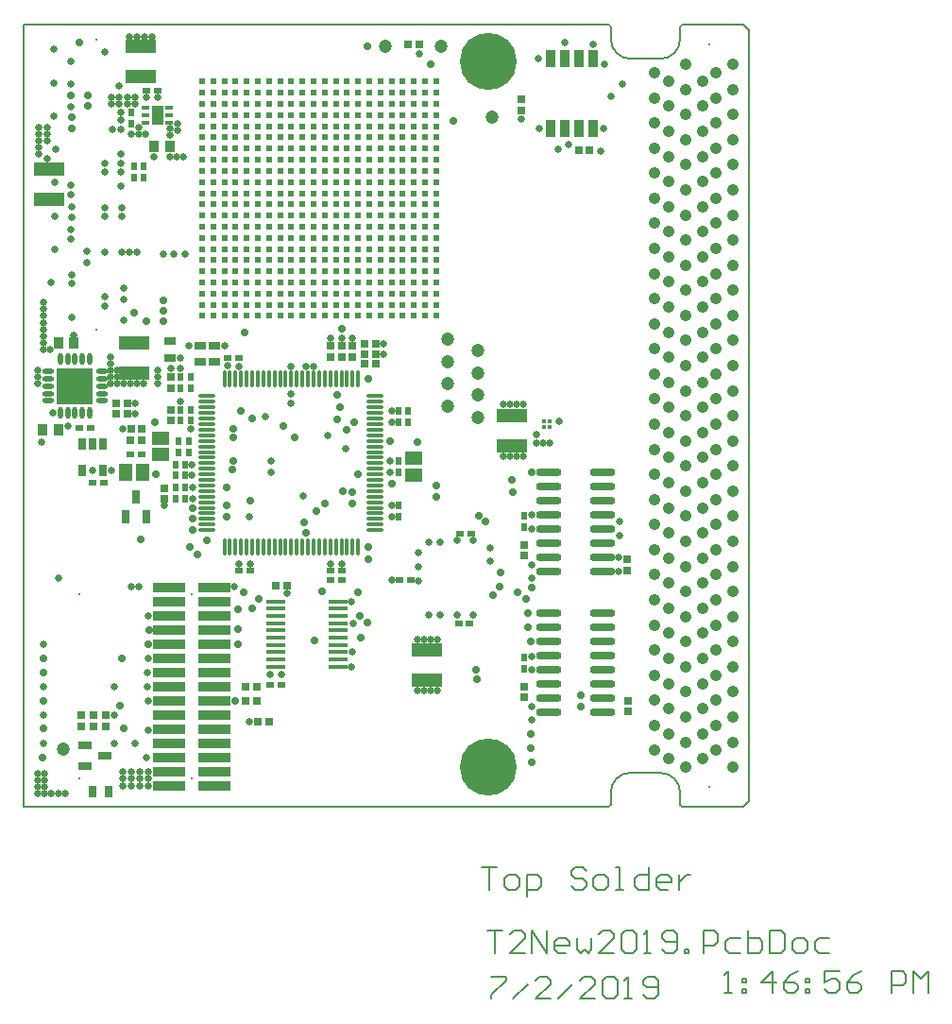
<source format=gts>
G04*
G04 #@! TF.GenerationSoftware,Altium Limited,Altium Designer,18.1.11 (251)*
G04*
G04 Layer_Color=8388736*
%FSLAX44Y44*%
%MOMM*%
G71*
G01*
G75*
%ADD15C,0.1270*%
%ADD16C,0.1524*%
%ADD46C,1.2000*%
%ADD47R,0.7016X0.7016*%
%ADD48R,0.9016X1.6016*%
%ADD49O,2.3016X0.7016*%
%ADD50R,0.7016X0.7016*%
%ADD51R,0.7016X0.6016*%
%ADD52R,2.8956X0.8382*%
%ADD53R,0.7016X1.3016*%
%ADD54R,1.7516X0.4016*%
%ADD55R,2.7016X1.2016*%
%ADD56R,0.6016X0.7016*%
%ADD57R,0.9016X1.0016*%
%ADD58R,1.1016X1.7016*%
%ADD59R,0.8016X0.4016*%
%ADD60R,1.3016X0.7016*%
%ADD61R,1.0016X0.8016*%
%ADD62R,0.8016X1.0016*%
%ADD63R,0.7516X1.0016*%
%ADD64R,1.2016X1.5016*%
%ADD65R,0.8016X0.7016*%
%ADD66R,1.5016X1.2016*%
%ADD67R,0.7016X0.8016*%
%ADD68O,0.4516X1.0516*%
%ADD69O,1.0516X0.4516*%
%ADD70R,3.2516X3.2516*%
%ADD71C,0.3716*%
%ADD72O,0.3516X1.6516*%
%ADD73O,1.6516X0.3516*%
%ADD74C,0.6016*%
%ADD75C,0.2286*%
%ADD76C,0.3016*%
%ADD77C,1.0516*%
%ADD78C,5.1016*%
%ADD79C,0.6604*%
%ADD80C,0.7016*%
D15*
X200000Y200000D02*
X724500D01*
D16*
X611000Y145994D02*
X624329D01*
X617664D01*
Y126000D01*
X634326D02*
X640990D01*
X644323Y129332D01*
Y135997D01*
X640990Y139329D01*
X634326D01*
X630994Y135997D01*
Y129332D01*
X634326Y126000D01*
X650987Y119335D02*
Y139329D01*
X660984D01*
X664316Y135997D01*
Y129332D01*
X660984Y126000D01*
X650987D01*
X704303Y142661D02*
X700971Y145994D01*
X694306D01*
X690974Y142661D01*
Y139329D01*
X694306Y135997D01*
X700971D01*
X704303Y132664D01*
Y129332D01*
X700971Y126000D01*
X694306D01*
X690974Y129332D01*
X714300Y126000D02*
X720965D01*
X724297Y129332D01*
Y135997D01*
X720965Y139329D01*
X714300D01*
X710968Y135997D01*
Y129332D01*
X714300Y126000D01*
X730961D02*
X737626D01*
X734294D01*
Y145994D01*
X730961D01*
X760952D02*
Y126000D01*
X750955D01*
X747623Y129332D01*
Y135997D01*
X750955Y139329D01*
X760952D01*
X777613Y126000D02*
X770948D01*
X767616Y129332D01*
Y135997D01*
X770948Y139329D01*
X777613D01*
X780945Y135997D01*
Y132664D01*
X767616D01*
X787610Y139329D02*
Y126000D01*
Y132664D01*
X790942Y135997D01*
X794274Y139329D01*
X797607D01*
X790500Y901000D02*
G03*
X788500Y899000I0J-2000D01*
G01*
X726500D02*
G03*
X724500Y901000I-2000J0D01*
G01*
X726500Y888000D02*
G03*
X744000Y870500I17500J0D01*
G01*
X771000D02*
G03*
X788500Y888000I0J17500D01*
G01*
Y213000D02*
G03*
X771000Y230500I-17500J0D01*
G01*
X744000D02*
G03*
X726500Y213000I0J-17500D01*
G01*
X724500Y200000D02*
G03*
X726500Y202000I0J2000D01*
G01*
X788500D02*
G03*
X790500Y200000I2000J0D01*
G01*
X200000Y901000D02*
X724500D01*
X790500D02*
X845000D01*
X726500Y888000D02*
Y899000D01*
X788500Y888000D02*
Y899000D01*
X744000Y870500D02*
X771000D01*
X744000Y230500D02*
X771000D01*
X788500Y202000D02*
Y213000D01*
X726500Y202000D02*
Y213000D01*
X845000Y901000D02*
X850000Y896000D01*
Y205000D02*
Y896000D01*
X845000Y200000D02*
X850000Y205000D01*
X790500Y200000D02*
X845000D01*
X200000D02*
Y901000D01*
X616000Y88994D02*
X629329D01*
X622664D01*
Y69000D01*
X649323D02*
X635994D01*
X649323Y82329D01*
Y85661D01*
X645990Y88994D01*
X639326D01*
X635994Y85661D01*
X655987Y69000D02*
Y88994D01*
X669316Y69000D01*
Y88994D01*
X685977Y69000D02*
X679313D01*
X675981Y72332D01*
Y78997D01*
X679313Y82329D01*
X685977D01*
X689310Y78997D01*
Y75665D01*
X675981D01*
X695974Y82329D02*
Y72332D01*
X699306Y69000D01*
X702639Y72332D01*
X705971Y69000D01*
X709303Y72332D01*
Y82329D01*
X729297Y69000D02*
X715968D01*
X729297Y82329D01*
Y85661D01*
X725965Y88994D01*
X719300D01*
X715968Y85661D01*
X735961D02*
X739294Y88994D01*
X745958D01*
X749290Y85661D01*
Y72332D01*
X745958Y69000D01*
X739294D01*
X735961Y72332D01*
Y85661D01*
X755955Y69000D02*
X762619D01*
X759287D01*
Y88994D01*
X755955Y85661D01*
X772616Y72332D02*
X775948Y69000D01*
X782613D01*
X785945Y72332D01*
Y85661D01*
X782613Y88994D01*
X775948D01*
X772616Y85661D01*
Y82329D01*
X775948Y78997D01*
X785945D01*
X792610Y69000D02*
Y72332D01*
X795942D01*
Y69000D01*
X792610D01*
X809271D02*
Y88994D01*
X819268D01*
X822600Y85661D01*
Y78997D01*
X819268Y75665D01*
X809271D01*
X842594Y82329D02*
X832597D01*
X829265Y78997D01*
Y72332D01*
X832597Y69000D01*
X842594D01*
X849258Y88994D02*
Y69000D01*
X859255D01*
X862587Y72332D01*
Y75665D01*
Y78997D01*
X859255Y82329D01*
X849258D01*
X869252Y88994D02*
Y69000D01*
X879249D01*
X882581Y72332D01*
Y85661D01*
X879249Y88994D01*
X869252D01*
X892578Y69000D02*
X899242D01*
X902574Y72332D01*
Y78997D01*
X899242Y82329D01*
X892578D01*
X889245Y78997D01*
Y72332D01*
X892578Y69000D01*
X922568Y82329D02*
X912571D01*
X909239Y78997D01*
Y72332D01*
X912571Y69000D01*
X922568D01*
X619000Y47994D02*
X632329D01*
Y44661D01*
X619000Y31332D01*
Y28000D01*
X638994D02*
X652323Y41329D01*
X672316Y28000D02*
X658987D01*
X672316Y41329D01*
Y44661D01*
X668984Y47994D01*
X662319D01*
X658987Y44661D01*
X678981Y28000D02*
X692310Y41329D01*
X712303Y28000D02*
X698974D01*
X712303Y41329D01*
Y44661D01*
X708971Y47994D01*
X702307D01*
X698974Y44661D01*
X718968D02*
X722300Y47994D01*
X728965D01*
X732297Y44661D01*
Y31332D01*
X728965Y28000D01*
X722300D01*
X718968Y31332D01*
Y44661D01*
X738961Y28000D02*
X745626D01*
X742294D01*
Y47994D01*
X738961Y44661D01*
X755623Y31332D02*
X758955Y28000D01*
X765619D01*
X768952Y31332D01*
Y44661D01*
X765619Y47994D01*
X758955D01*
X755623Y44661D01*
Y41329D01*
X758955Y37997D01*
X768952D01*
X828000Y33000D02*
X834665D01*
X831332D01*
Y52994D01*
X828000Y49661D01*
X844661Y46329D02*
X847993D01*
Y42997D01*
X844661D01*
Y46329D01*
Y36332D02*
X847993D01*
Y33000D01*
X844661D01*
Y36332D01*
X871319Y33000D02*
Y52994D01*
X861323Y42997D01*
X874652D01*
X894645Y52994D02*
X887981Y49661D01*
X881316Y42997D01*
Y36332D01*
X884648Y33000D01*
X891313D01*
X894645Y36332D01*
Y39664D01*
X891313Y42997D01*
X881316D01*
X901310Y46329D02*
X904642D01*
Y42997D01*
X901310D01*
Y46329D01*
Y36332D02*
X904642D01*
Y33000D01*
X901310D01*
Y36332D01*
X931300Y52994D02*
X917971D01*
Y42997D01*
X924635Y46329D01*
X927968D01*
X931300Y42997D01*
Y36332D01*
X927968Y33000D01*
X921303D01*
X917971Y36332D01*
X951294Y52994D02*
X944629Y49661D01*
X937964Y42997D01*
Y36332D01*
X941297Y33000D01*
X947961D01*
X951294Y36332D01*
Y39664D01*
X947961Y42997D01*
X937964D01*
X977952Y33000D02*
Y52994D01*
X987948D01*
X991281Y49661D01*
Y42997D01*
X987948Y39664D01*
X977952D01*
X997945Y33000D02*
Y52994D01*
X1004610Y46329D01*
X1011274Y52994D01*
Y33000D01*
D46*
X236000Y252000D02*
D03*
X524000Y882000D02*
D03*
X574000D02*
D03*
X620000Y818000D02*
D03*
X607000Y569000D02*
D03*
Y589000D02*
D03*
Y609000D02*
D03*
Y549000D02*
D03*
X580000Y619000D02*
D03*
Y599000D02*
D03*
Y579000D02*
D03*
Y559000D02*
D03*
D47*
X707644Y788162D02*
D03*
X697644D02*
D03*
X426000Y398000D02*
D03*
X436000D02*
D03*
X399000Y295000D02*
D03*
X409000D02*
D03*
X399000Y308000D02*
D03*
X409000D02*
D03*
X410000Y276000D02*
D03*
X420000D02*
D03*
X296000Y529000D02*
D03*
X306000D02*
D03*
X506000Y597000D02*
D03*
X516000D02*
D03*
X506000Y606000D02*
D03*
X516000D02*
D03*
X506000Y615000D02*
D03*
X516000D02*
D03*
X555000Y883000D02*
D03*
X545000D02*
D03*
X293000Y552000D02*
D03*
X283000D02*
D03*
X293000Y562000D02*
D03*
X283000D02*
D03*
D48*
X710438Y870966D02*
D03*
X697738D02*
D03*
X685038D02*
D03*
X672338D02*
D03*
X710438Y807966D02*
D03*
X697738D02*
D03*
X685038D02*
D03*
X672338D02*
D03*
D49*
X719000Y410550D02*
D03*
Y423250D02*
D03*
Y435950D02*
D03*
Y448650D02*
D03*
Y461350D02*
D03*
Y474050D02*
D03*
Y486750D02*
D03*
Y499450D02*
D03*
X671000Y410550D02*
D03*
Y423250D02*
D03*
Y435950D02*
D03*
Y448650D02*
D03*
Y461350D02*
D03*
Y474050D02*
D03*
Y486750D02*
D03*
Y499450D02*
D03*
X719000Y284550D02*
D03*
Y297250D02*
D03*
Y309950D02*
D03*
Y322650D02*
D03*
Y335350D02*
D03*
Y348050D02*
D03*
Y360750D02*
D03*
Y373450D02*
D03*
X671000Y284550D02*
D03*
Y297250D02*
D03*
Y309950D02*
D03*
Y322650D02*
D03*
Y335350D02*
D03*
Y348050D02*
D03*
Y360750D02*
D03*
Y373450D02*
D03*
D50*
X742000Y285350D02*
D03*
Y295350D02*
D03*
X741000Y422000D02*
D03*
Y412000D02*
D03*
X649000Y298000D02*
D03*
Y308000D02*
D03*
Y435000D02*
D03*
Y425000D02*
D03*
X252000Y282000D02*
D03*
Y272000D02*
D03*
X263000Y282000D02*
D03*
Y272000D02*
D03*
X274000Y272000D02*
D03*
Y282000D02*
D03*
X332000Y575000D02*
D03*
Y585000D02*
D03*
X332000Y556000D02*
D03*
Y546000D02*
D03*
X495000Y603000D02*
D03*
Y613000D02*
D03*
X485000Y603000D02*
D03*
Y613000D02*
D03*
X475000Y603000D02*
D03*
Y613000D02*
D03*
X646430Y833976D02*
D03*
Y823976D02*
D03*
D51*
X590000Y364000D02*
D03*
X600000D02*
D03*
X591000Y445000D02*
D03*
X601000D02*
D03*
X306000Y516000D02*
D03*
X296000D02*
D03*
X431000Y309000D02*
D03*
X421000D02*
D03*
X310000Y842000D02*
D03*
X320000D02*
D03*
X272000Y490500D02*
D03*
X262000D02*
D03*
X403000Y412000D02*
D03*
X393000D02*
D03*
X383000Y602000D02*
D03*
X393000D02*
D03*
X260000Y540000D02*
D03*
X250000D02*
D03*
X475000Y412000D02*
D03*
X485000D02*
D03*
X475000Y403000D02*
D03*
X485000D02*
D03*
X537000D02*
D03*
X547000D02*
D03*
D52*
X330360Y307900D02*
D03*
Y384100D02*
D03*
X371000D02*
D03*
X330360Y371400D02*
D03*
X371000D02*
D03*
X330360Y358700D02*
D03*
X371000D02*
D03*
X330360Y346000D02*
D03*
X371000D02*
D03*
X330360Y333300D02*
D03*
X371000D02*
D03*
X330360Y320600D02*
D03*
X371000D02*
D03*
Y307900D02*
D03*
X330360Y219000D02*
D03*
Y295200D02*
D03*
X371000D02*
D03*
X330360Y282500D02*
D03*
X371000D02*
D03*
X330360Y269800D02*
D03*
X371000D02*
D03*
X330360Y257100D02*
D03*
X371000D02*
D03*
X330360Y244400D02*
D03*
X371000D02*
D03*
X330360Y231700D02*
D03*
X371000D02*
D03*
Y219000D02*
D03*
Y396800D02*
D03*
X330360D02*
D03*
D53*
X291500Y460000D02*
D03*
X310500D02*
D03*
X301000Y478000D02*
D03*
D54*
X426250Y384250D02*
D03*
Y377750D02*
D03*
Y371250D02*
D03*
Y364750D02*
D03*
Y358250D02*
D03*
Y351750D02*
D03*
Y345250D02*
D03*
Y338750D02*
D03*
Y332250D02*
D03*
Y325750D02*
D03*
X481750Y384250D02*
D03*
Y377750D02*
D03*
Y371250D02*
D03*
Y364750D02*
D03*
Y358250D02*
D03*
Y351750D02*
D03*
Y345250D02*
D03*
Y338750D02*
D03*
Y332250D02*
D03*
Y325750D02*
D03*
D55*
X299000Y615500D02*
D03*
Y588500D02*
D03*
X305000Y881500D02*
D03*
Y854500D02*
D03*
X562000Y313500D02*
D03*
Y340500D02*
D03*
X223000Y744500D02*
D03*
Y771500D02*
D03*
X638000Y523500D02*
D03*
Y550500D02*
D03*
D56*
X299000Y774000D02*
D03*
Y764000D02*
D03*
X308000Y774000D02*
D03*
Y764000D02*
D03*
X297000Y812000D02*
D03*
Y822000D02*
D03*
X350000Y546000D02*
D03*
Y556000D02*
D03*
X341000Y585000D02*
D03*
Y575000D02*
D03*
X350000Y585000D02*
D03*
Y575000D02*
D03*
X341000Y556000D02*
D03*
Y546000D02*
D03*
X339000Y518000D02*
D03*
Y528000D02*
D03*
X348000Y518000D02*
D03*
Y528000D02*
D03*
X536000Y470000D02*
D03*
Y460000D02*
D03*
X336000Y476000D02*
D03*
Y486000D02*
D03*
X536000Y510000D02*
D03*
Y500000D02*
D03*
X345000Y476000D02*
D03*
Y486000D02*
D03*
X649000Y334000D02*
D03*
Y324000D02*
D03*
X345000Y497000D02*
D03*
Y507000D02*
D03*
X336000Y497000D02*
D03*
Y507000D02*
D03*
X536000Y545000D02*
D03*
Y555000D02*
D03*
X545000Y545000D02*
D03*
Y555000D02*
D03*
X649000Y461000D02*
D03*
Y451000D02*
D03*
D57*
X331000Y792000D02*
D03*
X317000D02*
D03*
X231000Y538000D02*
D03*
X217000D02*
D03*
X245000Y616000D02*
D03*
X231000D02*
D03*
D58*
X320000Y820000D02*
D03*
D59*
X309500Y813500D02*
D03*
Y820000D02*
D03*
Y826500D02*
D03*
X330500D02*
D03*
Y820000D02*
D03*
Y813500D02*
D03*
D60*
X273000Y246000D02*
D03*
X255000Y236500D02*
D03*
Y255500D02*
D03*
D61*
X358000Y598500D02*
D03*
Y613500D02*
D03*
X371000Y598500D02*
D03*
Y613500D02*
D03*
X331000Y602500D02*
D03*
Y617500D02*
D03*
D62*
X261500Y214000D02*
D03*
X276500D02*
D03*
D63*
X271500Y525500D02*
D03*
X262000D02*
D03*
X252500D02*
D03*
Y501500D02*
D03*
X271500D02*
D03*
D64*
X306500Y500000D02*
D03*
X291500D02*
D03*
D65*
X296500Y539000D02*
D03*
X305500D02*
D03*
D66*
X323000Y515500D02*
D03*
Y530500D02*
D03*
X550000Y512500D02*
D03*
Y497500D02*
D03*
D67*
X326000Y476500D02*
D03*
Y485500D02*
D03*
D68*
X259000Y601250D02*
D03*
X252500D02*
D03*
X246000D02*
D03*
X239500D02*
D03*
X233000D02*
D03*
Y552750D02*
D03*
X239500D02*
D03*
X246000D02*
D03*
X252500D02*
D03*
X259000D02*
D03*
D69*
X221750Y590000D02*
D03*
Y583500D02*
D03*
Y577000D02*
D03*
Y570500D02*
D03*
Y564000D02*
D03*
X270250D02*
D03*
Y570500D02*
D03*
Y577000D02*
D03*
Y583500D02*
D03*
Y590000D02*
D03*
D70*
X246000Y577000D02*
D03*
D71*
X666500Y540500D02*
D03*
Y545500D02*
D03*
X671500Y540500D02*
D03*
Y545500D02*
D03*
D72*
X500000Y432750D02*
D03*
X495000D02*
D03*
X490000D02*
D03*
X485000D02*
D03*
X480000D02*
D03*
X475000D02*
D03*
X470000D02*
D03*
X465000D02*
D03*
X460000D02*
D03*
X455000D02*
D03*
X450000D02*
D03*
X445000D02*
D03*
X440000D02*
D03*
X435000D02*
D03*
X430000D02*
D03*
X425000D02*
D03*
X420000D02*
D03*
X415000D02*
D03*
X410000D02*
D03*
X405000D02*
D03*
X400000D02*
D03*
X395000D02*
D03*
X390000D02*
D03*
X385000D02*
D03*
X380000D02*
D03*
Y583250D02*
D03*
X385000D02*
D03*
X390000D02*
D03*
X395000D02*
D03*
X400000D02*
D03*
X405000D02*
D03*
X410000D02*
D03*
X415000D02*
D03*
X420000D02*
D03*
X425000D02*
D03*
X430000D02*
D03*
X435000D02*
D03*
X440000D02*
D03*
X445000D02*
D03*
X450000D02*
D03*
X455000D02*
D03*
X460000D02*
D03*
X465000D02*
D03*
X470000D02*
D03*
X475000D02*
D03*
X480000D02*
D03*
X485000D02*
D03*
X490000D02*
D03*
X495000D02*
D03*
X500000D02*
D03*
D73*
X364750Y448000D02*
D03*
Y453000D02*
D03*
Y458000D02*
D03*
Y463000D02*
D03*
Y468000D02*
D03*
Y473000D02*
D03*
Y478000D02*
D03*
Y483000D02*
D03*
Y488000D02*
D03*
Y493000D02*
D03*
Y498000D02*
D03*
Y503000D02*
D03*
Y508000D02*
D03*
Y513000D02*
D03*
Y518000D02*
D03*
Y523000D02*
D03*
Y528000D02*
D03*
Y533000D02*
D03*
Y538000D02*
D03*
Y543000D02*
D03*
Y548000D02*
D03*
Y553000D02*
D03*
Y558000D02*
D03*
Y563000D02*
D03*
Y568000D02*
D03*
X515250D02*
D03*
Y563000D02*
D03*
Y558000D02*
D03*
Y553000D02*
D03*
Y548000D02*
D03*
Y543000D02*
D03*
Y538000D02*
D03*
Y533000D02*
D03*
Y528000D02*
D03*
Y523000D02*
D03*
Y518000D02*
D03*
Y513000D02*
D03*
Y508000D02*
D03*
Y503000D02*
D03*
Y498000D02*
D03*
Y493000D02*
D03*
Y488000D02*
D03*
Y483000D02*
D03*
Y478000D02*
D03*
Y473000D02*
D03*
Y468000D02*
D03*
Y463000D02*
D03*
Y458000D02*
D03*
Y453000D02*
D03*
Y448000D02*
D03*
D74*
X360000Y640000D02*
D03*
Y650000D02*
D03*
Y660000D02*
D03*
Y670000D02*
D03*
Y680000D02*
D03*
Y690000D02*
D03*
Y700000D02*
D03*
Y710000D02*
D03*
Y720000D02*
D03*
Y730000D02*
D03*
Y740000D02*
D03*
Y750000D02*
D03*
Y760000D02*
D03*
Y770000D02*
D03*
Y780000D02*
D03*
Y790000D02*
D03*
Y800000D02*
D03*
Y810000D02*
D03*
Y820000D02*
D03*
Y830000D02*
D03*
Y840000D02*
D03*
Y850000D02*
D03*
X370000Y640000D02*
D03*
Y650000D02*
D03*
Y660000D02*
D03*
Y670000D02*
D03*
Y680000D02*
D03*
Y690000D02*
D03*
Y700000D02*
D03*
Y710000D02*
D03*
Y720000D02*
D03*
Y730000D02*
D03*
Y740000D02*
D03*
Y750000D02*
D03*
Y760000D02*
D03*
Y770000D02*
D03*
Y780000D02*
D03*
Y790000D02*
D03*
Y800000D02*
D03*
Y810000D02*
D03*
Y820000D02*
D03*
Y830000D02*
D03*
Y840000D02*
D03*
Y850000D02*
D03*
X380000Y640000D02*
D03*
Y650000D02*
D03*
Y660000D02*
D03*
Y670000D02*
D03*
Y680000D02*
D03*
Y690000D02*
D03*
Y700000D02*
D03*
Y710000D02*
D03*
Y720000D02*
D03*
Y730000D02*
D03*
Y740000D02*
D03*
Y750000D02*
D03*
Y760000D02*
D03*
Y770000D02*
D03*
Y780000D02*
D03*
Y790000D02*
D03*
Y800000D02*
D03*
Y810000D02*
D03*
Y820000D02*
D03*
Y830000D02*
D03*
Y840000D02*
D03*
Y850000D02*
D03*
X390000Y640000D02*
D03*
Y650000D02*
D03*
Y660000D02*
D03*
Y670000D02*
D03*
Y680000D02*
D03*
Y690000D02*
D03*
Y700000D02*
D03*
Y710000D02*
D03*
Y720000D02*
D03*
Y730000D02*
D03*
Y740000D02*
D03*
Y750000D02*
D03*
Y760000D02*
D03*
Y770000D02*
D03*
Y780000D02*
D03*
Y790000D02*
D03*
Y800000D02*
D03*
Y810000D02*
D03*
Y820000D02*
D03*
Y830000D02*
D03*
Y840000D02*
D03*
Y850000D02*
D03*
X400000Y640000D02*
D03*
Y650000D02*
D03*
Y660000D02*
D03*
Y670000D02*
D03*
Y680000D02*
D03*
Y690000D02*
D03*
Y700000D02*
D03*
Y710000D02*
D03*
Y720000D02*
D03*
Y730000D02*
D03*
Y740000D02*
D03*
Y750000D02*
D03*
Y760000D02*
D03*
Y770000D02*
D03*
Y780000D02*
D03*
Y790000D02*
D03*
Y800000D02*
D03*
Y810000D02*
D03*
Y820000D02*
D03*
Y830000D02*
D03*
Y840000D02*
D03*
Y850000D02*
D03*
X410000Y640000D02*
D03*
Y650000D02*
D03*
Y660000D02*
D03*
Y670000D02*
D03*
Y680000D02*
D03*
Y690000D02*
D03*
Y700000D02*
D03*
Y710000D02*
D03*
Y720000D02*
D03*
Y730000D02*
D03*
Y740000D02*
D03*
Y750000D02*
D03*
Y760000D02*
D03*
Y770000D02*
D03*
Y780000D02*
D03*
Y790000D02*
D03*
Y800000D02*
D03*
Y810000D02*
D03*
Y820000D02*
D03*
Y830000D02*
D03*
Y840000D02*
D03*
Y850000D02*
D03*
X420000Y640000D02*
D03*
Y650000D02*
D03*
Y660000D02*
D03*
Y670000D02*
D03*
Y680000D02*
D03*
Y690000D02*
D03*
Y700000D02*
D03*
Y710000D02*
D03*
Y720000D02*
D03*
Y730000D02*
D03*
Y740000D02*
D03*
Y750000D02*
D03*
Y760000D02*
D03*
Y770000D02*
D03*
Y780000D02*
D03*
Y790000D02*
D03*
Y800000D02*
D03*
Y810000D02*
D03*
Y820000D02*
D03*
Y830000D02*
D03*
Y840000D02*
D03*
Y850000D02*
D03*
X430000Y640000D02*
D03*
Y650000D02*
D03*
Y660000D02*
D03*
Y670000D02*
D03*
Y680000D02*
D03*
Y690000D02*
D03*
Y700000D02*
D03*
Y710000D02*
D03*
Y720000D02*
D03*
Y730000D02*
D03*
Y740000D02*
D03*
Y750000D02*
D03*
Y760000D02*
D03*
Y770000D02*
D03*
Y780000D02*
D03*
Y790000D02*
D03*
Y800000D02*
D03*
Y810000D02*
D03*
Y820000D02*
D03*
Y830000D02*
D03*
Y840000D02*
D03*
Y850000D02*
D03*
X440000Y640000D02*
D03*
Y650000D02*
D03*
Y660000D02*
D03*
Y670000D02*
D03*
Y680000D02*
D03*
Y690000D02*
D03*
Y700000D02*
D03*
Y710000D02*
D03*
Y720000D02*
D03*
Y730000D02*
D03*
Y740000D02*
D03*
Y750000D02*
D03*
Y760000D02*
D03*
Y770000D02*
D03*
Y780000D02*
D03*
Y790000D02*
D03*
Y800000D02*
D03*
Y810000D02*
D03*
Y820000D02*
D03*
Y830000D02*
D03*
Y840000D02*
D03*
Y850000D02*
D03*
X450000Y640000D02*
D03*
Y650000D02*
D03*
Y660000D02*
D03*
Y670000D02*
D03*
Y680000D02*
D03*
Y690000D02*
D03*
Y700000D02*
D03*
Y710000D02*
D03*
Y720000D02*
D03*
Y730000D02*
D03*
Y740000D02*
D03*
Y750000D02*
D03*
Y760000D02*
D03*
Y770000D02*
D03*
Y780000D02*
D03*
Y790000D02*
D03*
Y800000D02*
D03*
Y810000D02*
D03*
Y820000D02*
D03*
Y830000D02*
D03*
Y840000D02*
D03*
Y850000D02*
D03*
X460000Y640000D02*
D03*
Y650000D02*
D03*
Y660000D02*
D03*
Y670000D02*
D03*
Y680000D02*
D03*
Y690000D02*
D03*
Y700000D02*
D03*
Y710000D02*
D03*
Y720000D02*
D03*
Y730000D02*
D03*
Y740000D02*
D03*
Y750000D02*
D03*
Y760000D02*
D03*
Y770000D02*
D03*
Y780000D02*
D03*
Y790000D02*
D03*
Y800000D02*
D03*
Y810000D02*
D03*
Y820000D02*
D03*
Y830000D02*
D03*
Y840000D02*
D03*
Y850000D02*
D03*
X470000Y640000D02*
D03*
Y650000D02*
D03*
Y660000D02*
D03*
Y670000D02*
D03*
Y680000D02*
D03*
Y690000D02*
D03*
Y700000D02*
D03*
Y710000D02*
D03*
Y720000D02*
D03*
Y730000D02*
D03*
Y740000D02*
D03*
Y750000D02*
D03*
Y760000D02*
D03*
Y770000D02*
D03*
Y780000D02*
D03*
Y790000D02*
D03*
Y800000D02*
D03*
Y810000D02*
D03*
Y820000D02*
D03*
Y830000D02*
D03*
Y840000D02*
D03*
Y850000D02*
D03*
X480000Y640000D02*
D03*
Y650000D02*
D03*
Y660000D02*
D03*
Y670000D02*
D03*
Y680000D02*
D03*
Y690000D02*
D03*
Y700000D02*
D03*
Y710000D02*
D03*
Y720000D02*
D03*
Y730000D02*
D03*
Y740000D02*
D03*
Y750000D02*
D03*
Y760000D02*
D03*
Y770000D02*
D03*
Y780000D02*
D03*
Y790000D02*
D03*
Y800000D02*
D03*
Y810000D02*
D03*
Y820000D02*
D03*
Y830000D02*
D03*
Y840000D02*
D03*
Y850000D02*
D03*
X490000Y640000D02*
D03*
Y650000D02*
D03*
Y660000D02*
D03*
Y670000D02*
D03*
Y680000D02*
D03*
Y690000D02*
D03*
Y700000D02*
D03*
Y710000D02*
D03*
Y720000D02*
D03*
Y730000D02*
D03*
Y740000D02*
D03*
Y750000D02*
D03*
Y760000D02*
D03*
Y770000D02*
D03*
Y780000D02*
D03*
Y790000D02*
D03*
Y800000D02*
D03*
Y810000D02*
D03*
Y820000D02*
D03*
Y830000D02*
D03*
Y840000D02*
D03*
Y850000D02*
D03*
X500000Y640000D02*
D03*
Y650000D02*
D03*
Y660000D02*
D03*
Y670000D02*
D03*
Y680000D02*
D03*
Y690000D02*
D03*
Y700000D02*
D03*
Y710000D02*
D03*
Y720000D02*
D03*
Y730000D02*
D03*
Y740000D02*
D03*
Y750000D02*
D03*
Y760000D02*
D03*
Y770000D02*
D03*
Y780000D02*
D03*
Y790000D02*
D03*
Y800000D02*
D03*
Y810000D02*
D03*
Y820000D02*
D03*
Y830000D02*
D03*
Y840000D02*
D03*
Y850000D02*
D03*
X510000Y640000D02*
D03*
Y650000D02*
D03*
Y660000D02*
D03*
Y670000D02*
D03*
Y680000D02*
D03*
Y690000D02*
D03*
Y700000D02*
D03*
Y710000D02*
D03*
Y720000D02*
D03*
Y730000D02*
D03*
Y740000D02*
D03*
Y750000D02*
D03*
Y760000D02*
D03*
Y770000D02*
D03*
Y780000D02*
D03*
Y790000D02*
D03*
Y800000D02*
D03*
Y810000D02*
D03*
Y820000D02*
D03*
Y830000D02*
D03*
Y840000D02*
D03*
Y850000D02*
D03*
X520000Y640000D02*
D03*
Y650000D02*
D03*
Y660000D02*
D03*
Y670000D02*
D03*
Y680000D02*
D03*
Y690000D02*
D03*
Y700000D02*
D03*
Y710000D02*
D03*
Y720000D02*
D03*
Y730000D02*
D03*
Y740000D02*
D03*
Y750000D02*
D03*
Y760000D02*
D03*
Y770000D02*
D03*
Y780000D02*
D03*
Y790000D02*
D03*
Y800000D02*
D03*
Y810000D02*
D03*
Y820000D02*
D03*
Y830000D02*
D03*
Y840000D02*
D03*
Y850000D02*
D03*
X530000Y640000D02*
D03*
Y650000D02*
D03*
Y660000D02*
D03*
Y670000D02*
D03*
Y680000D02*
D03*
Y690000D02*
D03*
Y700000D02*
D03*
Y710000D02*
D03*
Y720000D02*
D03*
Y730000D02*
D03*
Y740000D02*
D03*
Y750000D02*
D03*
Y760000D02*
D03*
Y770000D02*
D03*
Y780000D02*
D03*
Y790000D02*
D03*
Y800000D02*
D03*
Y810000D02*
D03*
Y820000D02*
D03*
Y830000D02*
D03*
Y840000D02*
D03*
Y850000D02*
D03*
X540000Y640000D02*
D03*
Y650000D02*
D03*
Y660000D02*
D03*
Y670000D02*
D03*
Y680000D02*
D03*
Y690000D02*
D03*
Y700000D02*
D03*
Y710000D02*
D03*
Y720000D02*
D03*
Y730000D02*
D03*
Y740000D02*
D03*
Y750000D02*
D03*
Y760000D02*
D03*
Y770000D02*
D03*
Y780000D02*
D03*
Y790000D02*
D03*
Y800000D02*
D03*
Y810000D02*
D03*
Y820000D02*
D03*
Y830000D02*
D03*
Y840000D02*
D03*
Y850000D02*
D03*
X550000Y640000D02*
D03*
Y650000D02*
D03*
Y660000D02*
D03*
Y670000D02*
D03*
Y680000D02*
D03*
Y690000D02*
D03*
Y700000D02*
D03*
Y710000D02*
D03*
Y720000D02*
D03*
Y730000D02*
D03*
Y740000D02*
D03*
Y750000D02*
D03*
Y760000D02*
D03*
Y770000D02*
D03*
Y780000D02*
D03*
Y790000D02*
D03*
Y800000D02*
D03*
Y810000D02*
D03*
Y820000D02*
D03*
Y830000D02*
D03*
Y840000D02*
D03*
Y850000D02*
D03*
X560000Y640000D02*
D03*
Y650000D02*
D03*
Y660000D02*
D03*
Y670000D02*
D03*
Y680000D02*
D03*
Y690000D02*
D03*
Y700000D02*
D03*
Y710000D02*
D03*
Y720000D02*
D03*
Y730000D02*
D03*
Y740000D02*
D03*
Y750000D02*
D03*
Y760000D02*
D03*
Y770000D02*
D03*
Y780000D02*
D03*
Y790000D02*
D03*
Y800000D02*
D03*
Y810000D02*
D03*
Y820000D02*
D03*
Y830000D02*
D03*
Y840000D02*
D03*
Y850000D02*
D03*
X570000Y640000D02*
D03*
Y650000D02*
D03*
Y660000D02*
D03*
Y670000D02*
D03*
Y680000D02*
D03*
Y690000D02*
D03*
Y700000D02*
D03*
Y710000D02*
D03*
Y720000D02*
D03*
Y730000D02*
D03*
Y740000D02*
D03*
Y750000D02*
D03*
Y760000D02*
D03*
Y770000D02*
D03*
Y780000D02*
D03*
Y790000D02*
D03*
Y800000D02*
D03*
Y810000D02*
D03*
Y820000D02*
D03*
Y830000D02*
D03*
Y840000D02*
D03*
Y850000D02*
D03*
D75*
X350680Y390350D02*
D03*
Y225350D02*
D03*
X249680Y390450D02*
D03*
Y225350D02*
D03*
D76*
X265000Y628000D02*
D03*
Y888000D02*
D03*
X814500Y883500D02*
D03*
Y217500D02*
D03*
D77*
X836000Y865500D02*
D03*
X821000Y858000D02*
D03*
X808500Y850500D02*
D03*
X836000Y843000D02*
D03*
X821000Y835500D02*
D03*
X808500Y828000D02*
D03*
X836000Y820500D02*
D03*
X821000Y813000D02*
D03*
X808500Y805500D02*
D03*
X836000Y798000D02*
D03*
X821000Y790500D02*
D03*
X808500Y783000D02*
D03*
X836000Y775500D02*
D03*
X821000Y768000D02*
D03*
X808500Y760500D02*
D03*
X836000Y753000D02*
D03*
X821000Y745500D02*
D03*
X808500Y738000D02*
D03*
X836000Y730500D02*
D03*
X821000Y723000D02*
D03*
X808500Y715500D02*
D03*
X836000Y708000D02*
D03*
X821000Y700500D02*
D03*
X808500Y693000D02*
D03*
X836000Y685500D02*
D03*
X821000Y678000D02*
D03*
X808500Y670500D02*
D03*
X836000Y663000D02*
D03*
X821000Y655500D02*
D03*
X808500Y648000D02*
D03*
X836000Y640500D02*
D03*
X821000Y633000D02*
D03*
X808500Y625500D02*
D03*
X836000Y618000D02*
D03*
X821000Y610500D02*
D03*
X808500Y603000D02*
D03*
X836000Y595500D02*
D03*
X821000Y588000D02*
D03*
X808500Y580500D02*
D03*
X836000Y573000D02*
D03*
X821000Y565500D02*
D03*
X808500Y558000D02*
D03*
X836000Y550500D02*
D03*
X821000Y543000D02*
D03*
X808500Y535500D02*
D03*
X836000Y528000D02*
D03*
X821000Y520500D02*
D03*
X808500Y513000D02*
D03*
X836000Y505500D02*
D03*
X821000Y498000D02*
D03*
X808500Y490500D02*
D03*
X836000Y483000D02*
D03*
X821000Y475500D02*
D03*
X808500Y468000D02*
D03*
X836000Y460500D02*
D03*
X821000Y453000D02*
D03*
X808500Y445500D02*
D03*
X836000Y438000D02*
D03*
X821000Y430500D02*
D03*
X808500Y423000D02*
D03*
X836000Y415500D02*
D03*
X821000Y408000D02*
D03*
X808500Y400500D02*
D03*
X836000Y393000D02*
D03*
X821000Y385500D02*
D03*
X808500Y378000D02*
D03*
X836000Y370500D02*
D03*
X821000Y363000D02*
D03*
X808500Y355500D02*
D03*
X836000Y348000D02*
D03*
X821000Y340500D02*
D03*
X808500Y333000D02*
D03*
X836000Y325500D02*
D03*
X821000Y318000D02*
D03*
X808500Y310500D02*
D03*
X836000Y303000D02*
D03*
X821000Y295500D02*
D03*
X808500Y288000D02*
D03*
X836000Y280500D02*
D03*
X821000Y273000D02*
D03*
X808500Y265500D02*
D03*
X836000Y258000D02*
D03*
X821000Y250500D02*
D03*
X808500Y243000D02*
D03*
X836000Y235500D02*
D03*
X793500D02*
D03*
X778500Y243000D02*
D03*
X766000Y250500D02*
D03*
X793500Y258000D02*
D03*
X778500Y265500D02*
D03*
X766000Y273000D02*
D03*
X793500Y280500D02*
D03*
X778500Y288000D02*
D03*
X766000Y295500D02*
D03*
X793500Y303000D02*
D03*
X778500Y310500D02*
D03*
X766000Y318000D02*
D03*
X793500Y325500D02*
D03*
X778500Y333000D02*
D03*
X766000Y340500D02*
D03*
X793500Y348000D02*
D03*
X778500Y355500D02*
D03*
X766000Y363000D02*
D03*
X793500Y370500D02*
D03*
X778500Y378000D02*
D03*
X766000Y385500D02*
D03*
X793500Y393000D02*
D03*
X778500Y400500D02*
D03*
X766000Y408000D02*
D03*
X793500Y415500D02*
D03*
X778500Y423000D02*
D03*
X766000Y430500D02*
D03*
X793500Y438000D02*
D03*
X778500Y445500D02*
D03*
X766000Y453000D02*
D03*
X793500Y460500D02*
D03*
X778500Y468000D02*
D03*
X766000Y475500D02*
D03*
X793500Y483000D02*
D03*
X778500Y490500D02*
D03*
X766000Y498000D02*
D03*
X793500Y505500D02*
D03*
X778500Y513000D02*
D03*
X766000Y520500D02*
D03*
X793500Y528000D02*
D03*
X778500Y535500D02*
D03*
X766000Y543000D02*
D03*
X793500Y550500D02*
D03*
X778500Y558000D02*
D03*
X766000Y565500D02*
D03*
X793500Y573000D02*
D03*
X778500Y580500D02*
D03*
X766000Y588000D02*
D03*
X793500Y595500D02*
D03*
X778500Y603000D02*
D03*
X766000Y610500D02*
D03*
X793500Y618000D02*
D03*
X778500Y625500D02*
D03*
X766000Y633000D02*
D03*
X793500Y640500D02*
D03*
X778500Y648000D02*
D03*
X766000Y655500D02*
D03*
X793500Y663000D02*
D03*
X778500Y670500D02*
D03*
X766000Y678000D02*
D03*
X793500Y685500D02*
D03*
X778500Y693000D02*
D03*
X766000Y700500D02*
D03*
X793500Y708000D02*
D03*
X778500Y715500D02*
D03*
X766000Y723000D02*
D03*
X793500Y730500D02*
D03*
X778500Y738000D02*
D03*
X766000Y745500D02*
D03*
X793500Y753000D02*
D03*
X778500Y760500D02*
D03*
X766000Y768000D02*
D03*
X793500Y775500D02*
D03*
X778500Y783000D02*
D03*
X766000Y790500D02*
D03*
X793500Y798000D02*
D03*
X778500Y805500D02*
D03*
X766000Y813000D02*
D03*
X793500Y820500D02*
D03*
X778500Y828000D02*
D03*
X766000Y835500D02*
D03*
X793500Y843000D02*
D03*
X778500Y850500D02*
D03*
X766000Y858000D02*
D03*
X793500Y865500D02*
D03*
D78*
X617000Y868000D02*
D03*
Y235500D02*
D03*
D79*
X736854Y848106D02*
D03*
X646684Y816864D02*
D03*
X726440Y837184D02*
D03*
X710438Y883412D02*
D03*
X685546Y885444D02*
D03*
X661924Y870966D02*
D03*
X688340Y793750D02*
D03*
X678942Y789000D02*
D03*
X717042Y787908D02*
D03*
X720344Y808228D02*
D03*
X662686D02*
D03*
X721106Y865632D02*
D03*
X389000Y397000D02*
D03*
X231000Y405000D02*
D03*
X297000Y397000D02*
D03*
X303000D02*
D03*
X495250Y364750D02*
D03*
X494750Y338750D02*
D03*
X340500Y602500D02*
D03*
X216000Y527000D02*
D03*
X493750Y325750D02*
D03*
X300000Y257000D02*
D03*
X436000Y391250D02*
D03*
X402500Y276000D02*
D03*
X493750Y384250D02*
D03*
X421000Y319000D02*
D03*
X431000D02*
D03*
X495000Y620000D02*
D03*
X485000D02*
D03*
X475000D02*
D03*
X523000Y615000D02*
D03*
Y606000D02*
D03*
X380500Y613500D02*
D03*
X656000Y278000D02*
D03*
Y290000D02*
D03*
Y323000D02*
D03*
Y335000D02*
D03*
Y405000D02*
D03*
Y417000D02*
D03*
X345000Y695000D02*
D03*
X335000D02*
D03*
X325000D02*
D03*
X256500Y688000D02*
D03*
X256750Y698000D02*
D03*
X243000Y639000D02*
D03*
Y669000D02*
D03*
Y677000D02*
D03*
X228000Y700000D02*
D03*
X242000Y709000D02*
D03*
Y717000D02*
D03*
X225000Y670000D02*
D03*
X555000Y875000D02*
D03*
X440000Y595000D02*
D03*
X460000D02*
D03*
X453000Y595000D02*
D03*
X439500Y570500D02*
D03*
Y561500D02*
D03*
X473000Y532500D02*
D03*
X383000Y595500D02*
D03*
X393000Y595000D02*
D03*
X417000Y550000D02*
D03*
X352000Y476000D02*
D03*
Y486000D02*
D03*
X351000Y507000D02*
D03*
Y497000D02*
D03*
X422000Y510000D02*
D03*
Y500000D02*
D03*
X326000Y470000D02*
D03*
X289000Y539000D02*
D03*
X402844Y460248D02*
D03*
X451000Y479000D02*
D03*
X485000Y418000D02*
D03*
X475000Y418000D02*
D03*
X489000Y521000D02*
D03*
X529000Y510000D02*
D03*
Y500000D02*
D03*
X530000Y555000D02*
D03*
Y545000D02*
D03*
Y470000D02*
D03*
Y460000D02*
D03*
X403000Y418000D02*
D03*
X393000Y418000D02*
D03*
X312000Y269000D02*
D03*
Y295000D02*
D03*
X311860Y333300D02*
D03*
X312000Y371000D02*
D03*
X310000Y244500D02*
D03*
X311500Y231500D02*
D03*
X304000D02*
D03*
X296500D02*
D03*
X289000D02*
D03*
X311500Y219000D02*
D03*
X304000D02*
D03*
X296500D02*
D03*
X289000D02*
D03*
X311500Y225250D02*
D03*
X304000D02*
D03*
X296500D02*
D03*
X289000D02*
D03*
X219000Y230000D02*
D03*
Y224000D02*
D03*
Y218000D02*
D03*
Y212000D02*
D03*
X237000D02*
D03*
X231000D02*
D03*
X225000D02*
D03*
X273000Y657000D02*
D03*
Y649000D02*
D03*
X290000Y665000D02*
D03*
Y655000D02*
D03*
Y636000D02*
D03*
X273000Y697000D02*
D03*
X288000D02*
D03*
X295000D02*
D03*
X302000D02*
D03*
X228000Y729000D02*
D03*
X273000Y737000D02*
D03*
Y729000D02*
D03*
X288000Y737000D02*
D03*
Y729000D02*
D03*
X273000Y777000D02*
D03*
Y769000D02*
D03*
X287000Y785000D02*
D03*
Y777000D02*
D03*
Y769000D02*
D03*
Y756000D02*
D03*
X229000Y789000D02*
D03*
X242000Y757000D02*
D03*
Y749000D02*
D03*
X228000Y760000D02*
D03*
X287000Y816000D02*
D03*
X286000Y846000D02*
D03*
X273000Y877000D02*
D03*
X227000Y879000D02*
D03*
X242000Y868000D02*
D03*
Y848000D02*
D03*
X227000Y849000D02*
D03*
Y819000D02*
D03*
X242500Y827750D02*
D03*
X243500Y738000D02*
D03*
Y728000D02*
D03*
X332000Y593000D02*
D03*
X341000Y593000D02*
D03*
X348500Y613500D02*
D03*
X350000Y539000D02*
D03*
X341000Y563000D02*
D03*
X262000Y501500D02*
D03*
X279000D02*
D03*
X309000Y803000D02*
D03*
X303000D02*
D03*
X297000D02*
D03*
X303000Y809000D02*
D03*
X310000Y836000D02*
D03*
X320000D02*
D03*
X331000Y808000D02*
D03*
X338000Y812000D02*
D03*
X331000Y783000D02*
D03*
X337000D02*
D03*
X343000D02*
D03*
X338000Y806000D02*
D03*
X331000Y802000D02*
D03*
X287000Y822000D02*
D03*
X317000Y783000D02*
D03*
X218000Y652000D02*
D03*
Y646000D02*
D03*
Y640000D02*
D03*
Y634000D02*
D03*
Y628000D02*
D03*
Y622000D02*
D03*
Y616000D02*
D03*
Y610000D02*
D03*
X224000D02*
D03*
X213000Y579000D02*
D03*
Y585000D02*
D03*
Y591000D02*
D03*
X245000Y623000D02*
D03*
X239500Y541250D02*
D03*
X278000Y603000D02*
D03*
Y597000D02*
D03*
Y591000D02*
D03*
Y585000D02*
D03*
Y579000D02*
D03*
X284000D02*
D03*
X290000D02*
D03*
X296000D02*
D03*
X302000D02*
D03*
X308000D02*
D03*
X320000D02*
D03*
Y585000D02*
D03*
Y591000D02*
D03*
X284000Y585000D02*
D03*
Y591000D02*
D03*
X300000Y552000D02*
D03*
Y562000D02*
D03*
X214000Y809000D02*
D03*
X221000D02*
D03*
Y803000D02*
D03*
X214000D02*
D03*
Y797000D02*
D03*
Y791000D02*
D03*
Y785000D02*
D03*
X221000Y781000D02*
D03*
Y797000D02*
D03*
X293000Y836000D02*
D03*
X300000D02*
D03*
X293000Y830000D02*
D03*
X300000D02*
D03*
X287000Y807000D02*
D03*
X280000D02*
D03*
X286000Y836000D02*
D03*
Y830000D02*
D03*
X279000Y836000D02*
D03*
Y830000D02*
D03*
X295000Y890000D02*
D03*
X301750D02*
D03*
X308500D02*
D03*
X315000D02*
D03*
X648000Y561000D02*
D03*
X642000D02*
D03*
X636000D02*
D03*
X630000D02*
D03*
X648000Y514000D02*
D03*
X642000D02*
D03*
X636000D02*
D03*
X630000D02*
D03*
X553000Y350000D02*
D03*
X559000D02*
D03*
X565000D02*
D03*
X571000D02*
D03*
X553000Y304000D02*
D03*
X559000D02*
D03*
X565000D02*
D03*
X571000D02*
D03*
X226250Y552750D02*
D03*
X218000Y346000D02*
D03*
Y308000D02*
D03*
X218100Y282500D02*
D03*
Y257100D02*
D03*
X281260Y282500D02*
D03*
Y307900D02*
D03*
Y257100D02*
D03*
X213000Y212000D02*
D03*
Y218000D02*
D03*
Y224000D02*
D03*
Y230000D02*
D03*
X311100Y307900D02*
D03*
X311000Y320500D02*
D03*
X680500Y545500D02*
D03*
X660000Y526000D02*
D03*
X672000D02*
D03*
X660000Y534000D02*
D03*
X666000Y526000D02*
D03*
X554000Y428000D02*
D03*
Y415000D02*
D03*
Y402500D02*
D03*
X530000Y403000D02*
D03*
X588500Y438500D02*
D03*
X603500D02*
D03*
X563000Y437000D02*
D03*
X573500Y437500D02*
D03*
X618500Y432000D02*
D03*
Y420000D02*
D03*
X603500Y372000D02*
D03*
X588500D02*
D03*
X573500D02*
D03*
X563500D02*
D03*
X656000Y449000D02*
D03*
Y461500D02*
D03*
X734500Y455450D02*
D03*
X734000Y442750D02*
D03*
X733500Y423500D02*
D03*
Y410500D02*
D03*
D80*
X453136Y446024D02*
D03*
X451866Y454914D02*
D03*
X411000Y386000D02*
D03*
X481000Y569000D02*
D03*
X486000Y483000D02*
D03*
X312300Y358700D02*
D03*
X312000Y346000D02*
D03*
X397510Y392430D02*
D03*
X242000Y838000D02*
D03*
X508000Y365000D02*
D03*
X258000Y838000D02*
D03*
Y828000D02*
D03*
X405250Y377750D02*
D03*
X305000Y440000D02*
D03*
X317999Y544999D02*
D03*
X502000Y352000D02*
D03*
X500000Y392000D02*
D03*
X392000Y346000D02*
D03*
Y359000D02*
D03*
Y377000D02*
D03*
X470000Y472000D02*
D03*
X553000Y527000D02*
D03*
X288000Y333000D02*
D03*
X462500Y465250D02*
D03*
X565000Y866000D02*
D03*
X585000Y815000D02*
D03*
X495000Y482000D02*
D03*
X495000Y472000D02*
D03*
X508750Y432750D02*
D03*
X530000Y490000D02*
D03*
X570000Y478000D02*
D03*
Y488000D02*
D03*
X496000Y545000D02*
D03*
X490000Y538000D02*
D03*
X508000Y882000D02*
D03*
X352000Y448000D02*
D03*
X382000Y460000D02*
D03*
Y470000D02*
D03*
X352000Y458000D02*
D03*
Y468000D02*
D03*
X382000Y486000D02*
D03*
X405000Y548000D02*
D03*
X395000Y555000D02*
D03*
X655050Y264950D02*
D03*
X654750Y252250D02*
D03*
X655450Y239550D02*
D03*
X243000Y818000D02*
D03*
X243000Y808000D02*
D03*
X433250Y541000D02*
D03*
X443000Y531500D02*
D03*
X481000Y547500D02*
D03*
X387000Y502000D02*
D03*
X388000Y510000D02*
D03*
X403000Y474000D02*
D03*
X500000Y498000D02*
D03*
X250000Y885000D02*
D03*
X299000Y642750D02*
D03*
X290000Y270000D02*
D03*
X286447Y290553D02*
D03*
X398000Y625000D02*
D03*
X325000Y635000D02*
D03*
X218000Y270000D02*
D03*
X325000Y645000D02*
D03*
Y654000D02*
D03*
X310000Y635000D02*
D03*
X484000Y558000D02*
D03*
X388000Y531000D02*
D03*
Y539000D02*
D03*
X319000Y498000D02*
D03*
X349000Y433000D02*
D03*
X356000Y426000D02*
D03*
X364000Y439000D02*
D03*
X390000Y295200D02*
D03*
X218000Y333300D02*
D03*
Y320600D02*
D03*
Y295200D02*
D03*
X217400Y244400D02*
D03*
X501750Y371250D02*
D03*
X468000Y393000D02*
D03*
X461000Y349000D02*
D03*
X509500Y583500D02*
D03*
X529000Y528000D02*
D03*
X509000Y422000D02*
D03*
X608500Y461000D02*
D03*
X614000Y455500D02*
D03*
X606000Y322500D02*
D03*
X606500Y314500D02*
D03*
X621000Y389500D02*
D03*
X627000Y397500D02*
D03*
X700000Y289500D02*
D03*
Y300000D02*
D03*
X627500Y410000D02*
D03*
X654450Y348050D02*
D03*
X652250Y360750D02*
D03*
X652550Y373450D02*
D03*
X642500Y392000D02*
D03*
X650500Y386000D02*
D03*
X655500Y396500D02*
D03*
X639000Y482000D02*
D03*
X637500Y493000D02*
D03*
X655550Y499450D02*
D03*
X485000Y628500D02*
D03*
M02*

</source>
